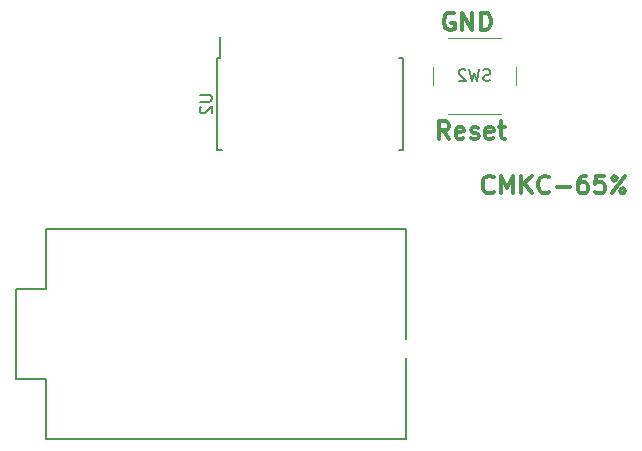
<source format=gbo>
%TF.GenerationSoftware,KiCad,Pcbnew,(6.0.8)*%
%TF.CreationDate,2023-10-10T00:17:19-07:00*%
%TF.ProjectId,CMKC65_R1,434d4b43-3635-45f5-9231-2e6b69636164,rev?*%
%TF.SameCoordinates,Original*%
%TF.FileFunction,Legend,Bot*%
%TF.FilePolarity,Positive*%
%FSLAX46Y46*%
G04 Gerber Fmt 4.6, Leading zero omitted, Abs format (unit mm)*
G04 Created by KiCad (PCBNEW (6.0.8)) date 2023-10-10 00:17:19*
%MOMM*%
%LPD*%
G01*
G04 APERTURE LIST*
%ADD10C,0.300000*%
%ADD11C,0.150000*%
%ADD12C,0.120000*%
%ADD13R,1.600000X1.600000*%
%ADD14C,1.600000*%
%ADD15O,1.600000X1.600000*%
%ADD16C,3.987800*%
%ADD17C,1.750000*%
%ADD18C,2.250000*%
%ADD19C,3.048000*%
%ADD20R,2.000000X2.000000*%
%ADD21C,2.000000*%
%ADD22R,2.000000X3.200000*%
%ADD23C,1.524000*%
%ADD24R,0.600000X2.000000*%
G04 APERTURE END LIST*
D10*
X56672857Y-31955714D02*
X56601428Y-32027142D01*
X56387142Y-32098571D01*
X56244285Y-32098571D01*
X56030000Y-32027142D01*
X55887142Y-31884285D01*
X55815714Y-31741428D01*
X55744285Y-31455714D01*
X55744285Y-31241428D01*
X55815714Y-30955714D01*
X55887142Y-30812857D01*
X56030000Y-30670000D01*
X56244285Y-30598571D01*
X56387142Y-30598571D01*
X56601428Y-30670000D01*
X56672857Y-30741428D01*
X57315714Y-32098571D02*
X57315714Y-30598571D01*
X57815714Y-31670000D01*
X58315714Y-30598571D01*
X58315714Y-32098571D01*
X59030000Y-32098571D02*
X59030000Y-30598571D01*
X59887142Y-32098571D02*
X59244285Y-31241428D01*
X59887142Y-30598571D02*
X59030000Y-31455714D01*
X61387142Y-31955714D02*
X61315714Y-32027142D01*
X61101428Y-32098571D01*
X60958571Y-32098571D01*
X60744285Y-32027142D01*
X60601428Y-31884285D01*
X60530000Y-31741428D01*
X60458571Y-31455714D01*
X60458571Y-31241428D01*
X60530000Y-30955714D01*
X60601428Y-30812857D01*
X60744285Y-30670000D01*
X60958571Y-30598571D01*
X61101428Y-30598571D01*
X61315714Y-30670000D01*
X61387142Y-30741428D01*
X62030000Y-31527142D02*
X63172857Y-31527142D01*
X64530000Y-30598571D02*
X64244285Y-30598571D01*
X64101428Y-30670000D01*
X64030000Y-30741428D01*
X63887142Y-30955714D01*
X63815714Y-31241428D01*
X63815714Y-31812857D01*
X63887142Y-31955714D01*
X63958571Y-32027142D01*
X64101428Y-32098571D01*
X64387142Y-32098571D01*
X64530000Y-32027142D01*
X64601428Y-31955714D01*
X64672857Y-31812857D01*
X64672857Y-31455714D01*
X64601428Y-31312857D01*
X64530000Y-31241428D01*
X64387142Y-31170000D01*
X64101428Y-31170000D01*
X63958571Y-31241428D01*
X63887142Y-31312857D01*
X63815714Y-31455714D01*
X66030000Y-30598571D02*
X65315714Y-30598571D01*
X65244285Y-31312857D01*
X65315714Y-31241428D01*
X65458571Y-31170000D01*
X65815714Y-31170000D01*
X65958571Y-31241428D01*
X66030000Y-31312857D01*
X66101428Y-31455714D01*
X66101428Y-31812857D01*
X66030000Y-31955714D01*
X65958571Y-32027142D01*
X65815714Y-32098571D01*
X65458571Y-32098571D01*
X65315714Y-32027142D01*
X65244285Y-31955714D01*
X66672857Y-32098571D02*
X67815714Y-30598571D01*
X66887142Y-30598571D02*
X67030000Y-30670000D01*
X67101428Y-30812857D01*
X67030000Y-30955714D01*
X66887142Y-31027142D01*
X66744285Y-30955714D01*
X66672857Y-30812857D01*
X66744285Y-30670000D01*
X66887142Y-30598571D01*
X67744285Y-32027142D02*
X67815714Y-31884285D01*
X67744285Y-31741428D01*
X67601428Y-31670000D01*
X67458571Y-31741428D01*
X67387142Y-31884285D01*
X67458571Y-32027142D01*
X67601428Y-32098571D01*
X67744285Y-32027142D01*
X52892857Y-27478571D02*
X52392857Y-26764285D01*
X52035714Y-27478571D02*
X52035714Y-25978571D01*
X52607142Y-25978571D01*
X52750000Y-26050000D01*
X52821428Y-26121428D01*
X52892857Y-26264285D01*
X52892857Y-26478571D01*
X52821428Y-26621428D01*
X52750000Y-26692857D01*
X52607142Y-26764285D01*
X52035714Y-26764285D01*
X54107142Y-27407142D02*
X53964285Y-27478571D01*
X53678571Y-27478571D01*
X53535714Y-27407142D01*
X53464285Y-27264285D01*
X53464285Y-26692857D01*
X53535714Y-26550000D01*
X53678571Y-26478571D01*
X53964285Y-26478571D01*
X54107142Y-26550000D01*
X54178571Y-26692857D01*
X54178571Y-26835714D01*
X53464285Y-26978571D01*
X54750000Y-27407142D02*
X54892857Y-27478571D01*
X55178571Y-27478571D01*
X55321428Y-27407142D01*
X55392857Y-27264285D01*
X55392857Y-27192857D01*
X55321428Y-27050000D01*
X55178571Y-26978571D01*
X54964285Y-26978571D01*
X54821428Y-26907142D01*
X54750000Y-26764285D01*
X54750000Y-26692857D01*
X54821428Y-26550000D01*
X54964285Y-26478571D01*
X55178571Y-26478571D01*
X55321428Y-26550000D01*
X56607142Y-27407142D02*
X56464285Y-27478571D01*
X56178571Y-27478571D01*
X56035714Y-27407142D01*
X55964285Y-27264285D01*
X55964285Y-26692857D01*
X56035714Y-26550000D01*
X56178571Y-26478571D01*
X56464285Y-26478571D01*
X56607142Y-26550000D01*
X56678571Y-26692857D01*
X56678571Y-26835714D01*
X55964285Y-26978571D01*
X57107142Y-26478571D02*
X57678571Y-26478571D01*
X57321428Y-25978571D02*
X57321428Y-27264285D01*
X57392857Y-27407142D01*
X57535714Y-27478571D01*
X57678571Y-27478571D01*
X53307142Y-16850000D02*
X53164285Y-16778571D01*
X52950000Y-16778571D01*
X52735714Y-16850000D01*
X52592857Y-16992857D01*
X52521428Y-17135714D01*
X52450000Y-17421428D01*
X52450000Y-17635714D01*
X52521428Y-17921428D01*
X52592857Y-18064285D01*
X52735714Y-18207142D01*
X52950000Y-18278571D01*
X53092857Y-18278571D01*
X53307142Y-18207142D01*
X53378571Y-18135714D01*
X53378571Y-17635714D01*
X53092857Y-17635714D01*
X54021428Y-18278571D02*
X54021428Y-16778571D01*
X54878571Y-18278571D01*
X54878571Y-16778571D01*
X55592857Y-18278571D02*
X55592857Y-16778571D01*
X55950000Y-16778571D01*
X56164285Y-16850000D01*
X56307142Y-16992857D01*
X56378571Y-17135714D01*
X56450000Y-17421428D01*
X56450000Y-17635714D01*
X56378571Y-17921428D01*
X56307142Y-18064285D01*
X56164285Y-18207142D01*
X55950000Y-18278571D01*
X55592857Y-18278571D01*
D11*
X56373333Y-22534761D02*
X56230476Y-22582380D01*
X55992380Y-22582380D01*
X55897142Y-22534761D01*
X55849523Y-22487142D01*
X55801904Y-22391904D01*
X55801904Y-22296666D01*
X55849523Y-22201428D01*
X55897142Y-22153809D01*
X55992380Y-22106190D01*
X56182857Y-22058571D01*
X56278095Y-22010952D01*
X56325714Y-21963333D01*
X56373333Y-21868095D01*
X56373333Y-21772857D01*
X56325714Y-21677619D01*
X56278095Y-21630000D01*
X56182857Y-21582380D01*
X55944761Y-21582380D01*
X55801904Y-21630000D01*
X55468571Y-21582380D02*
X55230476Y-22582380D01*
X55040000Y-21868095D01*
X54849523Y-22582380D01*
X54611428Y-21582380D01*
X54278095Y-21677619D02*
X54230476Y-21630000D01*
X54135238Y-21582380D01*
X53897142Y-21582380D01*
X53801904Y-21630000D01*
X53754285Y-21677619D01*
X53706666Y-21772857D01*
X53706666Y-21868095D01*
X53754285Y-22010952D01*
X54325714Y-22582380D01*
X53706666Y-22582380D01*
X31800380Y-23750095D02*
X32609904Y-23750095D01*
X32705142Y-23797714D01*
X32752761Y-23845333D01*
X32800380Y-23940571D01*
X32800380Y-24131047D01*
X32752761Y-24226285D01*
X32705142Y-24273904D01*
X32609904Y-24321523D01*
X31800380Y-24321523D01*
X31895619Y-24750095D02*
X31848000Y-24797714D01*
X31800380Y-24892952D01*
X31800380Y-25131047D01*
X31848000Y-25226285D01*
X31895619Y-25273904D01*
X31990857Y-25321523D01*
X32086095Y-25321523D01*
X32228952Y-25273904D01*
X32800380Y-24702476D01*
X32800380Y-25321523D01*
D12*
X52780000Y-18900000D02*
X57280000Y-18900000D01*
X58530000Y-21400000D02*
X58530000Y-22900000D01*
X57280000Y-25400000D02*
X52780000Y-25400000D01*
X51530000Y-22900000D02*
X51530000Y-21400000D01*
D11*
X33548000Y-20637000D02*
X33548000Y-18812000D01*
X33273000Y-20637000D02*
X33273000Y-28387000D01*
X49023000Y-28387000D02*
X48658000Y-28387000D01*
X33273000Y-28387000D02*
X33638000Y-28387000D01*
X49023000Y-20637000D02*
X49023000Y-28387000D01*
X49023000Y-20637000D02*
X48658000Y-20637000D01*
X33273000Y-20637000D02*
X33548000Y-20637000D01*
X49270000Y-52920000D02*
X49270000Y-35140000D01*
X18790000Y-47840000D02*
X18790000Y-52920000D01*
X16250000Y-47840000D02*
X18790000Y-47840000D01*
X16250000Y-40220000D02*
X16250000Y-47840000D01*
X18790000Y-40220000D02*
X16250000Y-40220000D01*
X18790000Y-35140000D02*
X18790000Y-40220000D01*
X18790000Y-35140000D02*
X49270000Y-35140000D01*
X18790000Y-52920000D02*
X49270000Y-52920000D01*
D13*
X20060000Y-36410000D03*
D14*
X22600000Y-36410000D03*
X25140000Y-36410000D03*
X27680000Y-36410000D03*
X30220000Y-36410000D03*
X32760000Y-36410000D03*
X35300000Y-36410000D03*
X37840000Y-36410000D03*
X40380000Y-36410000D03*
X42920000Y-36410000D03*
X45460000Y-36410000D03*
X48000000Y-36410000D03*
X48000000Y-51650000D03*
X45460000Y-51650000D03*
X42920000Y-51650000D03*
X40380000Y-51650000D03*
X37840000Y-51650000D03*
X35300000Y-51650000D03*
X32760000Y-51650000D03*
X30220000Y-51650000D03*
X27680000Y-51650000D03*
X25140000Y-51650000D03*
X22600000Y-51650000D03*
X20060000Y-51650000D03*
%LPC*%
D13*
X34925000Y-49212500D03*
D15*
X34925000Y-41592500D03*
D13*
X53975000Y-49212500D03*
D15*
X53975000Y-41592500D03*
D13*
X73025000Y-49212500D03*
D15*
X73025000Y-41592500D03*
D13*
X92075000Y-49212500D03*
D15*
X92075000Y-41592500D03*
D13*
X111125000Y-49212500D03*
D15*
X111125000Y-41592500D03*
D13*
X130175000Y-49212500D03*
D15*
X130175000Y-41592500D03*
D13*
X149225000Y-49212500D03*
D15*
X149225000Y-41592500D03*
D13*
X168275000Y-49212500D03*
D15*
X168275000Y-41592500D03*
D13*
X187325000Y-49212500D03*
D15*
X187325000Y-41592500D03*
D13*
X206375000Y-49212500D03*
D15*
X206375000Y-41592500D03*
D13*
X225425000Y-49212500D03*
D15*
X225425000Y-41592500D03*
D13*
X244475000Y-49212500D03*
D15*
X244475000Y-41592500D03*
D13*
X263525000Y-49212500D03*
D15*
X263525000Y-41592500D03*
D13*
X301625000Y-49212500D03*
D15*
X301625000Y-41592500D03*
D13*
X42068750Y-68262500D03*
D15*
X42068750Y-60642500D03*
D13*
X63500000Y-68262500D03*
D15*
X63500000Y-60642500D03*
D13*
X82550000Y-68262500D03*
D15*
X82550000Y-60642500D03*
D13*
X101600000Y-68262500D03*
D15*
X101600000Y-60642500D03*
D13*
X120650000Y-68262500D03*
D15*
X120650000Y-60642500D03*
D13*
X139700000Y-68262500D03*
D15*
X139700000Y-60642500D03*
D13*
X158750000Y-68262500D03*
D15*
X158750000Y-60642500D03*
D13*
X177800000Y-68262500D03*
D15*
X177800000Y-60642500D03*
D13*
X196850000Y-68262500D03*
D15*
X196850000Y-60642500D03*
D13*
X215900000Y-68262500D03*
D15*
X215900000Y-60642500D03*
D13*
X234950000Y-68262500D03*
D15*
X234950000Y-60642500D03*
D13*
X254000000Y-68262500D03*
D15*
X254000000Y-60642500D03*
D13*
X273050000Y-68262500D03*
D15*
X273050000Y-60642500D03*
D13*
X301625000Y-68262500D03*
D15*
X301625000Y-60642500D03*
D13*
X311150000Y-68262500D03*
D15*
X311150000Y-60642500D03*
D13*
X44450000Y-87312500D03*
D15*
X44450000Y-79692500D03*
D13*
X68262500Y-87312500D03*
D15*
X68262500Y-79692500D03*
D13*
X87312500Y-87312500D03*
D15*
X87312500Y-79692500D03*
D13*
X106362500Y-87312500D03*
D15*
X106362500Y-79692500D03*
D13*
X125412500Y-87312500D03*
D15*
X125412500Y-79692500D03*
D13*
X144462500Y-87312500D03*
D15*
X144462500Y-79692500D03*
D13*
X163512500Y-87312500D03*
D15*
X163512500Y-79692500D03*
D13*
X182562500Y-87312500D03*
D15*
X182562500Y-79692500D03*
D13*
X201612500Y-87312500D03*
D15*
X201612500Y-79692500D03*
D13*
X220662500Y-87312500D03*
D15*
X220662500Y-79692500D03*
D13*
X239712500Y-87312500D03*
D15*
X239712500Y-79692500D03*
D13*
X258762500Y-87312500D03*
D15*
X258762500Y-79692500D03*
D13*
X301625000Y-87312500D03*
D15*
X301625000Y-79692500D03*
D13*
X311150000Y-87312500D03*
D15*
X311150000Y-79692500D03*
D13*
X56356250Y-106362500D03*
D15*
X56356250Y-98742500D03*
D13*
X77787500Y-106362500D03*
D15*
X77787500Y-98742500D03*
D13*
X96837500Y-106362500D03*
D15*
X96837500Y-98742500D03*
D13*
X115887500Y-106362500D03*
D15*
X115887500Y-98742500D03*
D13*
X134937500Y-106362500D03*
D15*
X134937500Y-98742500D03*
D13*
X153987500Y-106362500D03*
D15*
X153987500Y-98742500D03*
D13*
X173037500Y-106362500D03*
D15*
X173037500Y-98742500D03*
D13*
X192087500Y-106362500D03*
D15*
X192087500Y-98742500D03*
D13*
X211137500Y-106362500D03*
D15*
X211137500Y-98742500D03*
D13*
X230187500Y-106362500D03*
D15*
X230187500Y-98742500D03*
D13*
X249237500Y-106362500D03*
D15*
X249237500Y-98742500D03*
D13*
X277812500Y-106362500D03*
D15*
X277812500Y-98742500D03*
D13*
X306387500Y-106362500D03*
D15*
X306387500Y-98742500D03*
D13*
X311150000Y-106362500D03*
D15*
X311150000Y-98742500D03*
D13*
X39687500Y-125412500D03*
D15*
X39687500Y-117792500D03*
D13*
X63500000Y-125412500D03*
D15*
X63500000Y-117792500D03*
D13*
X87312500Y-125412500D03*
D15*
X87312500Y-117792500D03*
D13*
X158750000Y-125412500D03*
D15*
X158750000Y-117792500D03*
D13*
X225425000Y-125412500D03*
D15*
X225425000Y-117792500D03*
D13*
X244475000Y-125412500D03*
D15*
X244475000Y-117792500D03*
D13*
X263525000Y-125412500D03*
D15*
X263525000Y-117792500D03*
D13*
X287337500Y-130175000D03*
D15*
X287337500Y-122555000D03*
D13*
X306387500Y-130175000D03*
D15*
X306387500Y-122555000D03*
D13*
X325437500Y-130175000D03*
D15*
X325437500Y-122555000D03*
D16*
X201612500Y-102393750D03*
D17*
X206692500Y-102393750D03*
X196532500Y-102393750D03*
D18*
X197802500Y-99853750D03*
X204152500Y-97313750D03*
D16*
X220662500Y-102393750D03*
D17*
X225742500Y-102393750D03*
X215582500Y-102393750D03*
D18*
X216852500Y-99853750D03*
X223202500Y-97313750D03*
D16*
X215900000Y-45243750D03*
D17*
X220980000Y-45243750D03*
X210820000Y-45243750D03*
D18*
X212090000Y-42703750D03*
X218440000Y-40163750D03*
D17*
X49530000Y-45243750D03*
D16*
X44450000Y-45243750D03*
D17*
X39370000Y-45243750D03*
D18*
X40640000Y-42703750D03*
X46990000Y-40163750D03*
D16*
X63500000Y-45243750D03*
D17*
X58420000Y-45243750D03*
X68580000Y-45243750D03*
D18*
X59690000Y-42703750D03*
X66040000Y-40163750D03*
D17*
X77470000Y-45243750D03*
X87630000Y-45243750D03*
D16*
X82550000Y-45243750D03*
D18*
X78740000Y-42703750D03*
X85090000Y-40163750D03*
D17*
X96520000Y-45243750D03*
X106680000Y-45243750D03*
D16*
X101600000Y-45243750D03*
D18*
X97790000Y-42703750D03*
X104140000Y-40163750D03*
D16*
X120650000Y-45243750D03*
D17*
X115570000Y-45243750D03*
X125730000Y-45243750D03*
D18*
X116840000Y-42703750D03*
X123190000Y-40163750D03*
D17*
X134620000Y-45243750D03*
D16*
X139700000Y-45243750D03*
D17*
X144780000Y-45243750D03*
D18*
X135890000Y-42703750D03*
X142240000Y-40163750D03*
D16*
X158750000Y-45243750D03*
D17*
X163830000Y-45243750D03*
X153670000Y-45243750D03*
D18*
X154940000Y-42703750D03*
X161290000Y-40163750D03*
D17*
X172720000Y-45243750D03*
D16*
X177800000Y-45243750D03*
D17*
X182880000Y-45243750D03*
D18*
X173990000Y-42703750D03*
X180340000Y-40163750D03*
D17*
X191770000Y-45243750D03*
X201930000Y-45243750D03*
D16*
X196850000Y-45243750D03*
D18*
X193040000Y-42703750D03*
X199390000Y-40163750D03*
D17*
X254317500Y-83343750D03*
X244157500Y-83343750D03*
D16*
X249237500Y-83343750D03*
D18*
X245427500Y-80803750D03*
X251777500Y-78263750D03*
D16*
X234950000Y-45243750D03*
D17*
X229870000Y-45243750D03*
X240030000Y-45243750D03*
D18*
X231140000Y-42703750D03*
X237490000Y-40163750D03*
D17*
X234632500Y-102393750D03*
D16*
X239712500Y-102393750D03*
D17*
X244792500Y-102393750D03*
D18*
X235902500Y-99853750D03*
X242252500Y-97313750D03*
D16*
X230187500Y-83343750D03*
D17*
X235267500Y-83343750D03*
X225107500Y-83343750D03*
D18*
X226377500Y-80803750D03*
X232727500Y-78263750D03*
D17*
X259080000Y-45243750D03*
D16*
X254000000Y-45243750D03*
D17*
X248920000Y-45243750D03*
D18*
X250190000Y-42703750D03*
X256540000Y-40163750D03*
D17*
X239395000Y-64293750D03*
X249555000Y-64293750D03*
D16*
X244475000Y-64293750D03*
D18*
X240665000Y-61753750D03*
X247015000Y-59213750D03*
D16*
X287337500Y-64293750D03*
D17*
X292417500Y-64293750D03*
X282257500Y-64293750D03*
D18*
X283527500Y-61753750D03*
X289877500Y-59213750D03*
D16*
X263525000Y-64293750D03*
D17*
X258445000Y-64293750D03*
X268605000Y-64293750D03*
D18*
X259715000Y-61753750D03*
X266065000Y-59213750D03*
D16*
X58737500Y-83343750D03*
D17*
X63817500Y-83343750D03*
X53657500Y-83343750D03*
D18*
X54927500Y-80803750D03*
X61277500Y-78263750D03*
D17*
X139382500Y-102393750D03*
D16*
X144462500Y-102393750D03*
D17*
X149542500Y-102393750D03*
D18*
X140652500Y-99853750D03*
X147002500Y-97313750D03*
D19*
X294481250Y-38258750D03*
D17*
X277495000Y-45243750D03*
D19*
X270668750Y-38258750D03*
D16*
X282575000Y-45243750D03*
X270668750Y-53498750D03*
D17*
X287655000Y-45243750D03*
D16*
X294481250Y-53498750D03*
D18*
X278765000Y-42703750D03*
X285115000Y-40163750D03*
D17*
X111442500Y-102393750D03*
X101282500Y-102393750D03*
D16*
X106362500Y-102393750D03*
D18*
X102552500Y-99853750D03*
X108902500Y-97313750D03*
D17*
X37623750Y-83343750D03*
D16*
X32543750Y-83343750D03*
D17*
X27463750Y-83343750D03*
D18*
X28733750Y-80803750D03*
X35083750Y-78263750D03*
D17*
X101917500Y-83343750D03*
X91757500Y-83343750D03*
D16*
X96837500Y-83343750D03*
D18*
X93027500Y-80803750D03*
X99377500Y-78263750D03*
D17*
X315595000Y-64293750D03*
X325755000Y-64293750D03*
D16*
X320675000Y-64293750D03*
D18*
X316865000Y-61753750D03*
X323215000Y-59213750D03*
D16*
X296862500Y-126206250D03*
D17*
X301942500Y-126206250D03*
X291782500Y-126206250D03*
D18*
X293052500Y-123666250D03*
X299402500Y-121126250D03*
D17*
X97155000Y-64293750D03*
X86995000Y-64293750D03*
D16*
X92075000Y-64293750D03*
D18*
X88265000Y-61753750D03*
X94615000Y-59213750D03*
D16*
X320675000Y-102393750D03*
D17*
X325755000Y-102393750D03*
X315595000Y-102393750D03*
D18*
X316865000Y-99853750D03*
X323215000Y-97313750D03*
D16*
X280193750Y-83343750D03*
X292100000Y-91598750D03*
D17*
X285273750Y-83343750D03*
D19*
X268287500Y-76358750D03*
D17*
X275113750Y-83343750D03*
D19*
X292100000Y-76358750D03*
D16*
X268287500Y-91598750D03*
D18*
X276383750Y-80803750D03*
X282733750Y-78263750D03*
D16*
X25400000Y-45243750D03*
D17*
X20320000Y-45243750D03*
X30480000Y-45243750D03*
D18*
X21590000Y-42703750D03*
X27940000Y-40163750D03*
D17*
X110807500Y-83343750D03*
D16*
X115887500Y-83343750D03*
D17*
X120967500Y-83343750D03*
D18*
X112077500Y-80803750D03*
X118427500Y-78263750D03*
D17*
X229870000Y-121443750D03*
D16*
X234950000Y-121443750D03*
D17*
X240030000Y-121443750D03*
D18*
X231140000Y-118903750D03*
X237490000Y-116363750D03*
D17*
X140017500Y-83343750D03*
D16*
X134937500Y-83343750D03*
D17*
X129857500Y-83343750D03*
D18*
X131127500Y-80803750D03*
X137477500Y-78263750D03*
D17*
X159067500Y-83343750D03*
X148907500Y-83343750D03*
D16*
X153987500Y-83343750D03*
D18*
X150177500Y-80803750D03*
X156527500Y-78263750D03*
D17*
X325755000Y-83343750D03*
X315595000Y-83343750D03*
D16*
X320675000Y-83343750D03*
D18*
X316865000Y-80803750D03*
X323215000Y-78263750D03*
D17*
X182245000Y-64293750D03*
X192405000Y-64293750D03*
D16*
X187325000Y-64293750D03*
D18*
X183515000Y-61753750D03*
X189865000Y-59213750D03*
D17*
X167957500Y-83343750D03*
X178117500Y-83343750D03*
D16*
X173037500Y-83343750D03*
D18*
X169227500Y-80803750D03*
X175577500Y-78263750D03*
D16*
X192087500Y-83343750D03*
D17*
X197167500Y-83343750D03*
X187007500Y-83343750D03*
D18*
X188277500Y-80803750D03*
X194627500Y-78263750D03*
D17*
X216217500Y-83343750D03*
D16*
X211137500Y-83343750D03*
D17*
X206057500Y-83343750D03*
D18*
X207327500Y-80803750D03*
X213677500Y-78263750D03*
D17*
X70326250Y-121443750D03*
D16*
X75406250Y-121443750D03*
D17*
X80486250Y-121443750D03*
D18*
X71596250Y-118903750D03*
X77946250Y-116363750D03*
D17*
X32861250Y-121443750D03*
X22701250Y-121443750D03*
D16*
X27781250Y-121443750D03*
D18*
X23971250Y-118903750D03*
X30321250Y-116363750D03*
D17*
X272732500Y-126206250D03*
X282892500Y-126206250D03*
D16*
X277812500Y-126206250D03*
D18*
X274002500Y-123666250D03*
X280352500Y-121126250D03*
D17*
X32226250Y-102393750D03*
D16*
X25400000Y-110648750D03*
D19*
X49212500Y-95408750D03*
D17*
X42386250Y-102393750D03*
D16*
X37306250Y-102393750D03*
D19*
X25400000Y-95408750D03*
D16*
X49212500Y-110648750D03*
D18*
X33496250Y-99853750D03*
X39846250Y-97313750D03*
D16*
X182562500Y-102393750D03*
D17*
X177482500Y-102393750D03*
X187642500Y-102393750D03*
D18*
X178752500Y-99853750D03*
X185102500Y-97313750D03*
D17*
X158432500Y-102393750D03*
D16*
X163512500Y-102393750D03*
D17*
X168592500Y-102393750D03*
D18*
X159702500Y-99853750D03*
X166052500Y-97313750D03*
D16*
X206375000Y-64293750D03*
D17*
X201295000Y-64293750D03*
X211455000Y-64293750D03*
D18*
X202565000Y-61753750D03*
X208915000Y-59213750D03*
D16*
X225425000Y-64293750D03*
D17*
X220345000Y-64293750D03*
X230505000Y-64293750D03*
D18*
X221615000Y-61753750D03*
X227965000Y-59213750D03*
D17*
X48895000Y-64293750D03*
D16*
X53975000Y-64293750D03*
D17*
X59055000Y-64293750D03*
D18*
X50165000Y-61753750D03*
X56515000Y-59213750D03*
D17*
X116205000Y-64293750D03*
D16*
X111125000Y-64293750D03*
D17*
X106045000Y-64293750D03*
D18*
X107315000Y-61753750D03*
X113665000Y-59213750D03*
D17*
X210820000Y-121443750D03*
X220980000Y-121443750D03*
D16*
X215900000Y-121443750D03*
D18*
X212090000Y-118903750D03*
X218440000Y-116363750D03*
D16*
X254000000Y-121443750D03*
D17*
X248920000Y-121443750D03*
X259080000Y-121443750D03*
D18*
X250190000Y-118903750D03*
X256540000Y-116363750D03*
D17*
X310832500Y-126206250D03*
D16*
X315912500Y-126206250D03*
D17*
X320992500Y-126206250D03*
D18*
X312102500Y-123666250D03*
X318452500Y-121126250D03*
D17*
X260826250Y-102393750D03*
D16*
X265906250Y-102393750D03*
D17*
X270986250Y-102393750D03*
D18*
X262096250Y-99853750D03*
X268446250Y-97313750D03*
D16*
X77787500Y-83343750D03*
D17*
X82867500Y-83343750D03*
X72707500Y-83343750D03*
D18*
X73977500Y-80803750D03*
X80327500Y-78263750D03*
D16*
X96843850Y-113188750D03*
D19*
X96843850Y-128428750D03*
D17*
X141763750Y-121443750D03*
D16*
X196843650Y-113188750D03*
D19*
X196843650Y-128428750D03*
D17*
X151923750Y-121443750D03*
D16*
X146843750Y-121443750D03*
D18*
X143033750Y-118903750D03*
X149383750Y-116363750D03*
D16*
X130175000Y-64293750D03*
D17*
X135255000Y-64293750D03*
X125095000Y-64293750D03*
D18*
X126365000Y-61753750D03*
X132715000Y-59213750D03*
D16*
X30162500Y-64293750D03*
D17*
X25082500Y-64293750D03*
X35242500Y-64293750D03*
D18*
X26352500Y-61753750D03*
X32702500Y-59213750D03*
D17*
X173355000Y-64293750D03*
D16*
X168275000Y-64293750D03*
D17*
X163195000Y-64293750D03*
D18*
X164465000Y-61753750D03*
X170815000Y-59213750D03*
D17*
X301942500Y-107156250D03*
D16*
X296862500Y-107156250D03*
D17*
X291782500Y-107156250D03*
D18*
X293052500Y-104616250D03*
X299402500Y-102076250D03*
D17*
X130492500Y-102393750D03*
D16*
X125412500Y-102393750D03*
D17*
X120332500Y-102393750D03*
D18*
X121602500Y-99853750D03*
X127952500Y-97313750D03*
D16*
X73025000Y-64293750D03*
D17*
X67945000Y-64293750D03*
X78105000Y-64293750D03*
D18*
X69215000Y-61753750D03*
X75565000Y-59213750D03*
D17*
X46513750Y-121443750D03*
D16*
X51593750Y-121443750D03*
D17*
X56673750Y-121443750D03*
D18*
X47783750Y-118903750D03*
X54133750Y-116363750D03*
D17*
X82232500Y-102393750D03*
X92392500Y-102393750D03*
D16*
X87312500Y-102393750D03*
D18*
X83502500Y-99853750D03*
X89852500Y-97313750D03*
D17*
X154305000Y-64293750D03*
X144145000Y-64293750D03*
D16*
X149225000Y-64293750D03*
D18*
X145415000Y-61753750D03*
X151765000Y-59213750D03*
D17*
X63182500Y-102393750D03*
X73342500Y-102393750D03*
D16*
X68262500Y-102393750D03*
D18*
X64452500Y-99853750D03*
X70802500Y-97313750D03*
D20*
X318008000Y-47752000D03*
D21*
X323008000Y-47752000D03*
X320508000Y-47752000D03*
D22*
X326108000Y-40252000D03*
X314908000Y-40252000D03*
D21*
X323008000Y-33252000D03*
X318008000Y-33252000D03*
D23*
X18250000Y-20090000D03*
X18250000Y-22630000D03*
X18250000Y-25170000D03*
X18250000Y-27710000D03*
D21*
X51780000Y-19900000D03*
X58280000Y-19900000D03*
X51780000Y-24400000D03*
X58280000Y-24400000D03*
D24*
X34163000Y-19812000D03*
X35433000Y-19812000D03*
X36703000Y-19812000D03*
X37973000Y-19812000D03*
X39243000Y-19812000D03*
X40513000Y-19812000D03*
X41783000Y-19812000D03*
X43053000Y-19812000D03*
X44323000Y-19812000D03*
X45593000Y-19812000D03*
X46863000Y-19812000D03*
X48133000Y-19812000D03*
X48133000Y-29212000D03*
X46863000Y-29212000D03*
X45593000Y-29212000D03*
X44323000Y-29212000D03*
X43053000Y-29212000D03*
X41783000Y-29212000D03*
X40513000Y-29212000D03*
X39243000Y-29212000D03*
X37973000Y-29212000D03*
X36703000Y-29212000D03*
X35433000Y-29212000D03*
X34163000Y-29212000D03*
D13*
X20060000Y-36410000D03*
D14*
X22600000Y-36410000D03*
X25140000Y-36410000D03*
X27680000Y-36410000D03*
X30220000Y-36410000D03*
X32760000Y-36410000D03*
X35300000Y-36410000D03*
X37840000Y-36410000D03*
X40380000Y-36410000D03*
X42920000Y-36410000D03*
X45460000Y-36410000D03*
X48000000Y-36410000D03*
X48000000Y-51650000D03*
X45460000Y-51650000D03*
X42920000Y-51650000D03*
X40380000Y-51650000D03*
X37840000Y-51650000D03*
X35300000Y-51650000D03*
X32760000Y-51650000D03*
X30220000Y-51650000D03*
X27680000Y-51650000D03*
X25140000Y-51650000D03*
X22600000Y-51650000D03*
X20060000Y-51650000D03*
M02*

</source>
